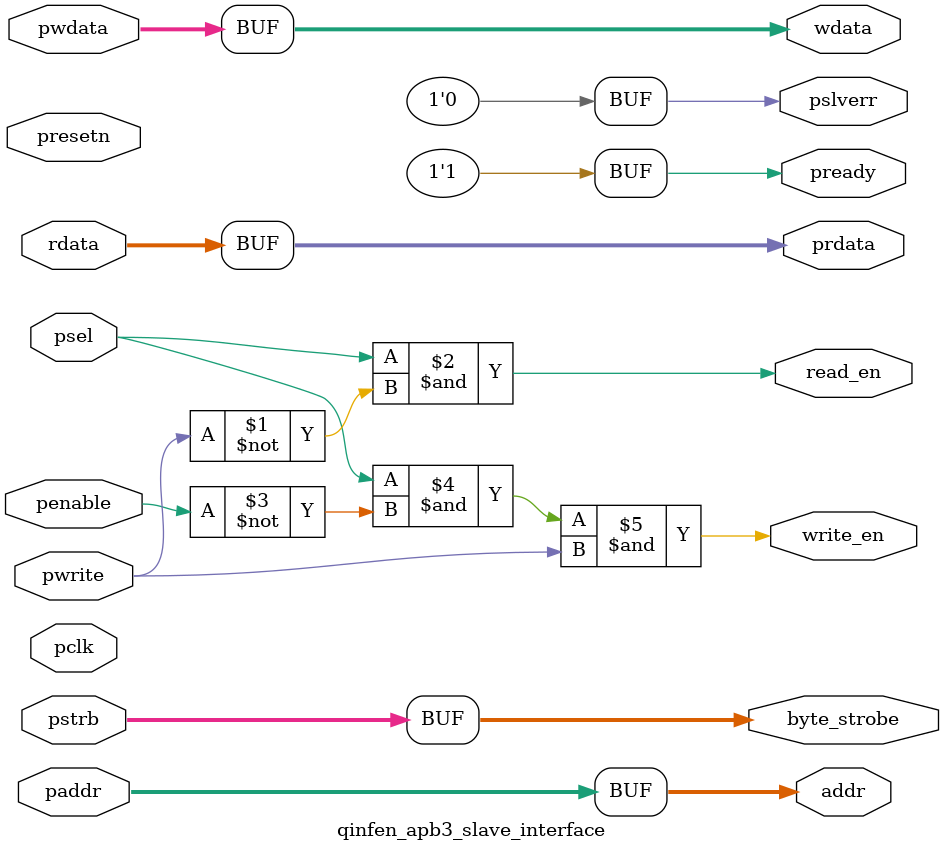
<source format=v>

module qinfen_apb3_slave_interface #(
    parameter ADDRWIDTH = 12
) ( // IO declaration

    input  wire                    pclk,     // pclk
    input  wire                    presetn,  // reset

    // apb interface inputs
    input  wire                    psel,
    input  wire [ADDRWIDTH-1:0]    paddr,
    input  wire                    penable,
    input  wire                    pwrite,
    input  wire [31:0]             pwdata,
    input  wire [3:0]              pstrb,

    // apb interface outputs
    output wire [31:0]             prdata,
    output wire                    pready,
    output wire                    pslverr,

    //Register interface
    output wire [ADDRWIDTH-1:0]    addr,
    output wire                    read_en,
    output wire                    write_en,
    output wire [3:0]              byte_strobe,
    output wire [31:0]             wdata,
    input  wire [31:0]             rdata
);

//--------------------------------------------------------------------------------------------
//  APB tie value
//--------------------------------------------------------------------------------------------
    assign  pready  = 1'b1; //always ready. Can be customized to support waitstate if required.
    assign  pslverr = 1'b0; //alwyas OKAY. Can be customized to support error response if required.

//--------------------------------------------------------------------------------------------
//  register read and write signal
//--------------------------------------------------------------------------------------------
    assign  addr        = paddr;
    assign  read_en     = psel & (~pwrite);           // assert for whole apb read transfer
    assign  write_en    = psel & (~penable) & pwrite; // assert for 1st cycle of write transfer
    assign  byte_strobe = pstrb;
    assign  wdata       = pwdata;
    assign  prdata      = rdata;


endmodule

// Local Variables:
// verilog-library-directories:("filepath")
// verilog-auto-inst-param-value:t
// verilog-auto-output-ignore-regexp:"^.*_nc.*\\|^.*pst.*"
// verilog-auto-input-ignore-regexp:"^.*nc.*\\|^.*pst.*"
// End:


</source>
